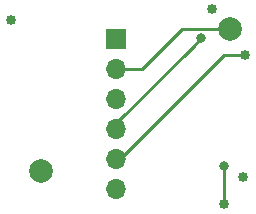
<source format=gbr>
%TF.GenerationSoftware,KiCad,Pcbnew,8.0.5*%
%TF.CreationDate,2024-11-24T16:22:37-07:00*%
%TF.ProjectId,ProgrammingBed,50726f67-7261-46d6-9d69-6e674265642e,rev?*%
%TF.SameCoordinates,Original*%
%TF.FileFunction,Copper,L2,Bot*%
%TF.FilePolarity,Positive*%
%FSLAX46Y46*%
G04 Gerber Fmt 4.6, Leading zero omitted, Abs format (unit mm)*
G04 Created by KiCad (PCBNEW 8.0.5) date 2024-11-24 16:22:37*
%MOMM*%
%LPD*%
G01*
G04 APERTURE LIST*
%TA.AperFunction,ComponentPad*%
%ADD10C,2.000000*%
%TD*%
%TA.AperFunction,ComponentPad*%
%ADD11R,1.700000X1.700000*%
%TD*%
%TA.AperFunction,ComponentPad*%
%ADD12O,1.700000X1.700000*%
%TD*%
%TA.AperFunction,ComponentPad*%
%ADD13C,0.850000*%
%TD*%
%TA.AperFunction,ViaPad*%
%ADD14C,0.800000*%
%TD*%
%TA.AperFunction,Conductor*%
%ADD15C,0.254000*%
%TD*%
G04 APERTURE END LIST*
D10*
%TO.P,H2,1,1*%
%TO.N,Net-(H2-Pad1)*%
X-6400000Y-4800000D03*
%TD*%
D11*
%TO.P,J1,1,Pin_1*%
%TO.N,Net-(J1-Pad1)*%
X0Y6350000D03*
D12*
%TO.P,J1,2,Pin_2*%
%TO.N,Net-(H1-Pad1)*%
X0Y3810000D03*
%TO.P,J1,3,Pin_3*%
%TO.N,Net-(H2-Pad1)*%
X0Y1270000D03*
%TO.P,J1,4,Pin_4*%
%TO.N,Net-(J1-Pad4)*%
X0Y-1270000D03*
%TO.P,J1,5,Pin_5*%
%TO.N,Net-(J1-Pad5)*%
X0Y-3810000D03*
%TO.P,J1,6,Pin_6*%
%TO.N,unconnected-(J1-Pad6)*%
X0Y-6350000D03*
%TD*%
D10*
%TO.P,H1,1,1*%
%TO.N,Net-(H1-Pad1)*%
X9600000Y7200000D03*
%TD*%
D13*
%TO.P,J5,1,Pin_1*%
%TO.N,Net-(J1-Pad4)*%
X8100000Y8850000D03*
%TD*%
%TO.P,J2,1,Pin_1*%
%TO.N,Net-(J1-Pad1)*%
X9110000Y-7610000D03*
%TD*%
%TO.P,J3,1,Pin_1*%
%TO.N,Net-(H1-Pad1)*%
X10700000Y-5300000D03*
%TD*%
%TO.P,J4,1,Pin_1*%
%TO.N,Net-(H2-Pad1)*%
X-8900000Y7950000D03*
%TD*%
%TO.P,J6,1,Pin_1*%
%TO.N,Net-(J1-Pad5)*%
X10900000Y5000000D03*
%TD*%
D14*
%TO.N,Net-(J1-Pad1)*%
X9110000Y-4380000D03*
%TO.N,Net-(J1-Pad4)*%
X7200000Y6450000D03*
%TD*%
D15*
%TO.N,Net-(J1-Pad1)*%
X9110000Y-4380000D02*
X9110000Y-7610000D01*
%TO.N,Net-(H1-Pad1)*%
X0Y3810000D02*
X2210000Y3810000D01*
X2210000Y3810000D02*
X5600000Y7200000D01*
X9600000Y7200000D02*
X5600000Y7200000D01*
%TO.N,Net-(J1-Pad4)*%
X6475000Y5675000D02*
X0Y-800000D01*
X0Y-800000D02*
X0Y-1270000D01*
X7200000Y6400000D02*
X7200000Y6450000D01*
X6475000Y5675000D02*
X7200000Y6400000D01*
%TO.N,Net-(J1-Pad5)*%
X340000Y-3810000D02*
X0Y-3810000D01*
X9150000Y5000000D02*
X340000Y-3810000D01*
X10900000Y5000000D02*
X9150000Y5000000D01*
%TD*%
M02*

</source>
